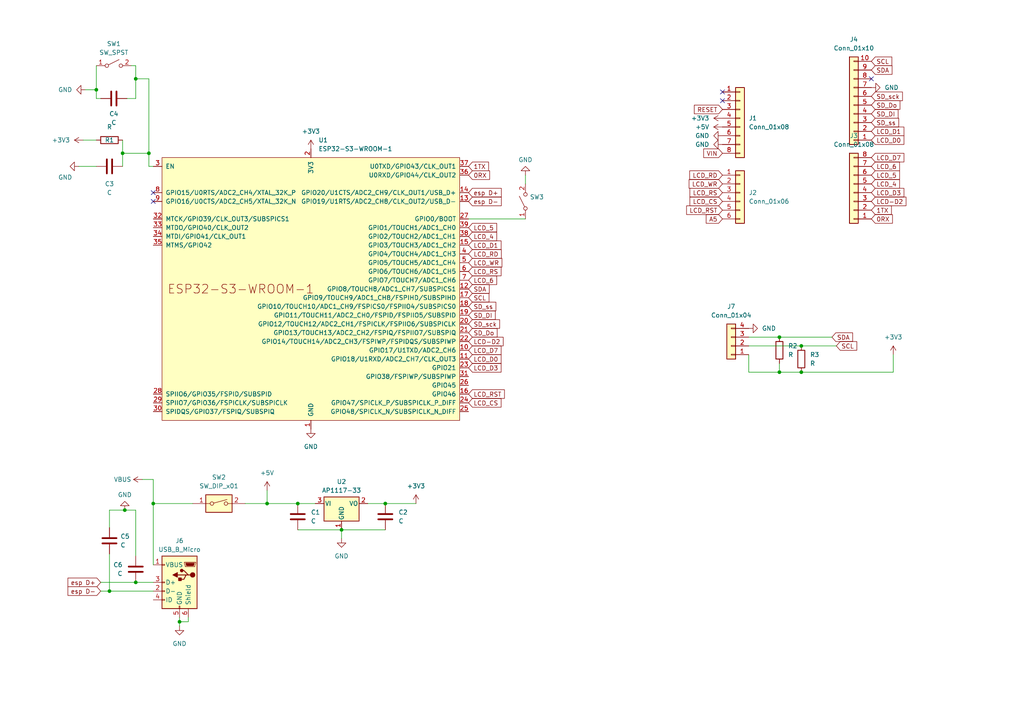
<source format=kicad_sch>
(kicad_sch (version 20230121) (generator eeschema)
  (paper "A4")
  (lib_symbols
    (symbol "Connector:USB_B_Micro" (pin_names (offset 1.016))
      (property "Reference" "J" (at -5.08 11.43 0))
      (property "Value" "USB_B_Micro" (at -5.08 8.89 0))
      (symbol "USB_B_Micro_0_1"
        (rectangle (start -5.08 -7.62) (end 5.08 7.62) (stroke (width 0.254)) (fill (type background)))
        (circle (center -3.81 2.159) (radius 0.635) (stroke (width 0.254)) (fill (type outline)))
        (circle (center -0.635 3.429) (radius 0.381) (stroke (width 0.254)) (fill (type outline)))
        (rectangle (start -0.127 -7.62) (end 0.127 -6.858))
        (polyline (pts (xy -1.905 2.159) (xy 0.635 2.159)) (stroke (width 0.254)))
        (polyline (pts (xy -3.175 2.159) (xy -2.54 2.159) (xy -1.27 3.429) (xy -0.635 3.429)) (stroke (width 0.254)))
        (polyline (pts (xy -2.54 2.159) (xy -1.905 2.159) (xy -1.27 0.889) (xy 0 0.889)) (stroke (width 0.254)))
        (polyline (pts (xy 0.635 2.794) (xy 0.635 1.524) (xy 1.905 2.159) (xy 0.635 2.794)) (stroke (width 0.254)) (fill (type outline)))
        (polyline (pts (xy -4.318 5.588) (xy -1.778 5.588) (xy -2.032 4.826) (xy -4.064 4.826) (xy -4.318 5.588)) (fill (type outline)))
        (polyline (pts (xy -4.699 5.842) (xy -4.699 5.588) (xy -4.445 4.826) (xy -4.445 4.572) (xy -1.651 4.572) (xy -1.651 4.826) (xy -1.397 5.588) (xy -1.397 5.842) (xy -4.699 5.842)))
        (rectangle (start 0.254 1.27) (end -0.508 0.508) (stroke (width 0.254)) (fill (type outline)))
        (rectangle (start 5.08 -5.207) (end 4.318 -4.953))
        (rectangle (start 5.08 -2.667) (end 4.318 -2.413))
        (rectangle (start 5.08 -0.127) (end 4.318 0.127))
        (rectangle (start 5.08 4.953) (end 4.318 5.207))
      )
      (symbol "USB_B_Micro_1_1"
        (pin power_out line (at 7.62 5.08 180) (length 2.54) (name "VBUS") (number "1"))
        (pin bidirectional line (at 7.62 -2.54 180) (length 2.54) (name "D-") (number "2"))
        (pin bidirectional line (at 7.62 0 180) (length 2.54) (name "D+") (number "3"))
        (pin passive line (at 7.62 -5.08 180) (length 2.54) (name "ID") (number "4"))
        (pin power_out line (at 0 -10.16 90) (length 2.54) (name "GND") (number "5"))
        (pin passive line (at -2.54 -10.16 90) (length 2.54) (name "Shield") (number "6"))
      )
    )
    (symbol "Connector_Generic:Conn_01x04" (pin_names (offset 1.016) hide)
      (property "Reference" "J" (at 0 5.08 0))
      (property "Value" "Conn_01x04" (at 0 -7.62 0))
      (symbol "Conn_01x04_1_1"
        (rectangle (start -1.27 -4.953) (end 0 -5.207) (stroke (width 0.1524)))
        (rectangle (start -1.27 -2.413) (end 0 -2.667) (stroke (width 0.1524)))
        (rectangle (start -1.27 0.127) (end 0 -0.127) (stroke (width 0.1524)))
        (rectangle (start -1.27 2.667) (end 0 2.413) (stroke (width 0.1524)))
        (rectangle (start -1.27 3.81) (end 1.27 -6.35) (stroke (width 0.254)) (fill (type background)))
        (pin passive line (at -5.08 2.54 0) (length 3.81) (name "Pin_1") (number "1"))
        (pin passive line (at -5.08 0 0) (length 3.81) (name "Pin_2") (number "2"))
        (pin passive line (at -5.08 -2.54 0) (length 3.81) (name "Pin_3") (number "3"))
        (pin passive line (at -5.08 -5.08 0) (length 3.81) (name "Pin_4") (number "4"))
      )
    )
    (symbol "Connector_Generic:Conn_01x06" (pin_names (offset 1.016) hide)
      (property "Reference" "J" (at 0 7.62 0))
      (property "Value" "Conn_01x06" (at 0 -10.16 0))
      (symbol "Conn_01x06_1_1"
        (rectangle (start -1.27 -7.493) (end 0 -7.747) (stroke (width 0.1524)))
        (rectangle (start -1.27 -4.953) (end 0 -5.207) (stroke (width 0.1524)))
        (rectangle (start -1.27 -2.413) (end 0 -2.667) (stroke (width 0.1524)))
        (rectangle (start -1.27 0.127) (end 0 -0.127) (stroke (width 0.1524)))
        (rectangle (start -1.27 2.667) (end 0 2.413) (stroke (width 0.1524)))
        (rectangle (start -1.27 5.207) (end 0 4.953) (stroke (width 0.1524)))
        (rectangle (start -1.27 6.35) (end 1.27 -8.89) (stroke (width 0.254)) (fill (type background)))
        (pin passive line (at -5.08 5.08 0) (length 3.81) (name "Pin_1") (number "1"))
        (pin passive line (at -5.08 2.54 0) (length 3.81) (name "Pin_2") (number "2"))
        (pin passive line (at -5.08 0 0) (length 3.81) (name "Pin_3") (number "3"))
        (pin passive line (at -5.08 -2.54 0) (length 3.81) (name "Pin_4") (number "4"))
        (pin passive line (at -5.08 -5.08 0) (length 3.81) (name "Pin_5") (number "5"))
        (pin passive line (at -5.08 -7.62 0) (length 3.81) (name "Pin_6") (number "6"))
      )
    )
    (symbol "Connector_Generic:Conn_01x08" (pin_names (offset 1.016) hide)
      (property "Reference" "J" (at 0 10.16 0))
      (property "Value" "Conn_01x08" (at 0 -12.7 0))
      (symbol "Conn_01x08_1_1"
        (rectangle (start -1.27 -10.033) (end 0 -10.287) (stroke (width 0.1524)))
        (rectangle (start -1.27 -7.493) (end 0 -7.747) (stroke (width 0.1524)))
        (rectangle (start -1.27 -4.953) (end 0 -5.207) (stroke (width 0.1524)))
        (rectangle (start -1.27 -2.413) (end 0 -2.667) (stroke (width 0.1524)))
        (rectangle (start -1.27 0.127) (end 0 -0.127) (stroke (width 0.1524)))
        (rectangle (start -1.27 2.667) (end 0 2.413) (stroke (width 0.1524)))
        (rectangle (start -1.27 5.207) (end 0 4.953) (stroke (width 0.1524)))
        (rectangle (start -1.27 7.747) (end 0 7.493) (stroke (width 0.1524)))
        (rectangle (start -1.27 8.89) (end 1.27 -11.43) (stroke (width 0.254)) (fill (type background)))
        (pin passive line (at -5.08 7.62 0) (length 3.81) (name "Pin_1") (number "1"))
        (pin passive line (at -5.08 5.08 0) (length 3.81) (name "Pin_2") (number "2"))
        (pin passive line (at -5.08 2.54 0) (length 3.81) (name "Pin_3") (number "3"))
        (pin passive line (at -5.08 0 0) (length 3.81) (name "Pin_4") (number "4"))
        (pin passive line (at -5.08 -2.54 0) (length 3.81) (name "Pin_5") (number "5"))
        (pin passive line (at -5.08 -5.08 0) (length 3.81) (name "Pin_6") (number "6"))
        (pin passive line (at -5.08 -7.62 0) (length 3.81) (name "Pin_7") (number "7"))
        (pin passive line (at -5.08 -10.16 0) (length 3.81) (name "Pin_8") (number "8"))
      )
    )
    (symbol "Connector_Generic:Conn_01x10" (pin_names (offset 1.016) hide)
      (property "Reference" "J" (at 0 12.7 0))
      (property "Value" "Conn_01x10" (at 0 -15.24 0))
      (symbol "Conn_01x10_1_1"
        (rectangle (start -1.27 -12.573) (end 0 -12.827) (stroke (width 0.1524)))
        (rectangle (start -1.27 -10.033) (end 0 -10.287) (stroke (width 0.1524)))
        (rectangle (start -1.27 -7.493) (end 0 -7.747) (stroke (width 0.1524)))
        (rectangle (start -1.27 -4.953) (end 0 -5.207) (stroke (width 0.1524)))
        (rectangle (start -1.27 -2.413) (end 0 -2.667) (stroke (width 0.1524)))
        (rectangle (start -1.27 0.127) (end 0 -0.127) (stroke (width 0.1524)))
        (rectangle (start -1.27 2.667) (end 0 2.413) (stroke (width 0.1524)))
        (rectangle (start -1.27 5.207) (end 0 4.953) (stroke (width 0.1524)))
        (rectangle (start -1.27 7.747) (end 0 7.493) (stroke (width 0.1524)))
        (rectangle (start -1.27 10.287) (end 0 10.033) (stroke (width 0.1524)))
        (rectangle (start -1.27 11.43) (end 1.27 -13.97) (stroke (width 0.254)) (fill (type background)))
        (pin passive line (at -5.08 10.16 0) (length 3.81) (name "Pin_1") (number "1"))
        (pin passive line (at -5.08 -12.7 0) (length 3.81) (name "Pin_10") (number "10"))
        (pin passive line (at -5.08 7.62 0) (length 3.81) (name "Pin_2") (number "2"))
        (pin passive line (at -5.08 5.08 0) (length 3.81) (name "Pin_3") (number "3"))
        (pin passive line (at -5.08 2.54 0) (length 3.81) (name "Pin_4") (number "4"))
        (pin passive line (at -5.08 0 0) (length 3.81) (name "Pin_5") (number "5"))
        (pin passive line (at -5.08 -2.54 0) (length 3.81) (name "Pin_6") (number "6"))
        (pin passive line (at -5.08 -5.08 0) (length 3.81) (name "Pin_7") (number "7"))
        (pin passive line (at -5.08 -7.62 0) (length 3.81) (name "Pin_8") (number "8"))
        (pin passive line (at -5.08 -10.16 0) (length 3.81) (name "Pin_9") (number "9"))
      )
    )
    (symbol "Device:C" (pin_numbers hide) (pin_names (offset 0.254))
      (property "Reference" "C" (at 0.635 2.54 0))
      (property "Value" "C" (at 0.635 -2.54 0))
      (symbol "C_0_1"
        (polyline (pts (xy -2.032 -0.762) (xy 2.032 -0.762)) (stroke (width 0.508)))
        (polyline (pts (xy -2.032 0.762) (xy 2.032 0.762)) (stroke (width 0.508)))
      )
      (symbol "C_1_1"
        (pin passive line (at 0 3.81 270) (length 2.794) (name "~") (number "1"))
        (pin passive line (at 0 -3.81 90) (length 2.794) (name "~") (number "2"))
      )
    )
    (symbol "Device:R" (pin_numbers hide) (pin_names (offset 0))
      (property "Reference" "R" (at 2.032 0 90))
      (property "Value" "R" (at 0 0 90))
      (symbol "R_0_1"
        (rectangle (start -1.016 -2.54) (end 1.016 2.54) (stroke (width 0.254)))
      )
      (symbol "R_1_1"
        (pin passive line (at 0 3.81 270) (length 1.27) (name "~") (number "1"))
        (pin passive line (at 0 -3.81 90) (length 1.27) (name "~") (number "2"))
      )
    )
    (symbol "ESP32:ESP32-S3-WROOM-1" (pin_names (offset 1.016))
      (property "Reference" "U" (at -43.18 43.18 0))
      (property "Value" "ESP32-S3-WROOM-1" (at -43.18 40.64 0))
      (symbol "ESP32-S3-WROOM-1_0_0"
        (text "ESP32-S3-WROOM-1" (at -20.32 0 0) (effects (font (size 2.54 2.54))))
        (pin power_in line (at 0 -40.64 90) (length 2.54) (name "GND") (number "1"))
        (pin bidirectional line (at 45.72 -17.78 180) (length 2.54) (name "GPIO17/U1TXD/ADC2_CH6") (number "10"))
        (pin bidirectional line (at 45.72 -20.32 180) (length 2.54) (name "GPIO18/U1RXD/ADC2_CH7/CLK_OUT3") (number "11"))
        (pin bidirectional line (at 45.72 0 180) (length 2.54) (name "GPIO8/TOUCH8/ADC1_CH7/SUBSPICS1") (number "12"))
        (pin bidirectional line (at 45.72 25.4 180) (length 2.54) (name "GPIO19/U1RTS/ADC2_CH8/CLK_OUT2/USB_D-") (number "13"))
        (pin bidirectional line (at 45.72 27.94 180) (length 2.54) (name "GPIO20/U1CTS/ADC2_CH9/CLK_OUT1/USB_D+") (number "14"))
        (pin bidirectional line (at 45.72 12.7 180) (length 2.54) (name "GPIO3/TOUCH3/ADC1_CH2") (number "15"))
        (pin bidirectional line (at 45.72 -30.48 180) (length 2.54) (name "GPIO46") (number "16"))
        (pin bidirectional line (at 45.72 -2.54 180) (length 2.54) (name "GPIO9/TOUCH9/ADC1_CH8/FSPIHD/SUBSPIHD") (number "17"))
        (pin bidirectional line (at 45.72 -5.08 180) (length 2.54) (name "GPIO10/TOUCH10/ADC1_CH9/FSPICS0/FSPIIO4/SUBSPICS0") (number "18"))
        (pin bidirectional line (at 45.72 -7.62 180) (length 2.54) (name "GPIO11/TOUCH11/ADC2_CH0/FSPID/FSPIIO5/SUBSPID") (number "19"))
        (pin power_in line (at 0 40.64 270) (length 2.54) (name "3V3") (number "2"))
        (pin bidirectional line (at 45.72 -10.16 180) (length 2.54) (name "GPIO12/TOUCH12/ADC2_CH1/FSPICLK/FSPIIO6/SUBSPICLK") (number "20"))
        (pin bidirectional line (at 45.72 -12.7 180) (length 2.54) (name "GPIO13/TOUCH13/ADC2_CH2/FSPIQ/FSPIIO7/SUBSPIQ") (number "21"))
        (pin bidirectional line (at 45.72 -15.24 180) (length 2.54) (name "GPIO14/TOUCH14/ADC2_CH3/FSPIWP/FSPIDQS/SUBSPIWP") (number "22"))
        (pin bidirectional line (at 45.72 -22.86 180) (length 2.54) (name "GPIO21") (number "23"))
        (pin bidirectional line (at 45.72 -33.02 180) (length 2.54) (name "GPIO47/SPICLK_P/SUBSPICLK_P_DIFF") (number "24"))
        (pin bidirectional line (at 45.72 -35.56 180) (length 2.54) (name "GPIO48/SPICLK_N/SUBSPICLK_N_DIFF") (number "25"))
        (pin bidirectional line (at 45.72 -27.94 180) (length 2.54) (name "GPIO45") (number "26"))
        (pin bidirectional line (at 45.72 20.32 180) (length 2.54) (name "GPIO0/BOOT") (number "27"))
        (pin bidirectional line (at -45.72 -30.48 0) (length 2.54) (name "SPIIO6/GPIO35/FSPID/SUBSPID") (number "28"))
        (pin bidirectional line (at -45.72 -33.02 0) (length 2.54) (name "SPIIO7/GPIO36/FSPICLK/SUBSPICLK") (number "29"))
        (pin input line (at -45.72 35.56 0) (length 2.54) (name "EN") (number "3"))
        (pin bidirectional line (at -45.72 -35.56 0) (length 2.54) (name "SPIDQS/GPIO37/FSPIQ/SUBSPIQ") (number "30"))
        (pin bidirectional line (at 45.72 -25.4 180) (length 2.54) (name "GPIO38/FSPIWP/SUBSPIWP") (number "31"))
        (pin bidirectional line (at -45.72 20.32 0) (length 2.54) (name "MTCK/GPIO39/CLK_OUT3/SUBSPICS1") (number "32"))
        (pin bidirectional line (at -45.72 17.78 0) (length 2.54) (name "MTDO/GPIO40/CLK_OUT2") (number "33"))
        (pin bidirectional line (at -45.72 15.24 0) (length 2.54) (name "MTDI/GPIO41/CLK_OUT1") (number "34"))
        (pin bidirectional line (at -45.72 12.7 0) (length 2.54) (name "MTMS/GPIO42") (number "35"))
        (pin bidirectional line (at 45.72 33.02 180) (length 2.54) (name "U0RXD/GPIO44/CLK_OUT2") (number "36"))
        (pin bidirectional line (at 45.72 35.56 180) (length 2.54) (name "U0TXD/GPIO43/CLK_OUT1") (number "37"))
        (pin bidirectional line (at 45.72 15.24 180) (length 2.54) (name "GPIO2/TOUCH2/ADC1_CH1") (number "38"))
        (pin bidirectional line (at 45.72 17.78 180) (length 2.54) (name "GPIO1/TOUCH1/ADC1_CH0") (number "39"))
        (pin bidirectional line (at 45.72 10.16 180) (length 2.54) (name "GPIO4/TOUCH4/ADC1_CH3") (number "4"))
        (pin passive line (at 0 -40.64 90) (length 2.54) hide (name "GND") (number "40"))
        (pin passive line (at 0 -40.64 90) (length 2.54) hide (name "GND") (number "41"))
        (pin bidirectional line (at 45.72 7.62 180) (length 2.54) (name "GPIO5/TOUCH5/ADC1_CH4") (number "5"))
        (pin bidirectional line (at 45.72 5.08 180) (length 2.54) (name "GPIO6/TOUCH6/ADC1_CH5") (number "6"))
        (pin bidirectional line (at 45.72 2.54 180) (length 2.54) (name "GPIO7/TOUCH7/ADC1_CH6") (number "7"))
        (pin bidirectional line (at -45.72 27.94 0) (length 2.54) (name "GPIO15/U0RTS/ADC2_CH4/XTAL_32K_P") (number "8"))
        (pin bidirectional line (at -45.72 25.4 0) (length 2.54) (name "GPIO16/U0CTS/ADC2_CH5/XTAL_32K_N") (number "9"))
      )
      (symbol "ESP32-S3-WROOM-1_0_1"
        (rectangle (start -43.18 38.1) (end 43.18 -38.1) (fill (type background)))
      )
    )
    (symbol "Regulator_Linear:AP1117-33" (pin_names (offset 0.254))
      (property "Reference" "U" (at -3.81 3.175 0))
      (property "Value" "AP1117-33" (at 0 3.175 0))
      (symbol "AP1117-33_0_1"
        (rectangle (start -5.08 -5.08) (end 5.08 1.905) (stroke (width 0.254)) (fill (type background)))
      )
      (symbol "AP1117-33_1_1"
        (pin power_in line (at 0 -7.62 90) (length 2.54) (name "GND") (number "1"))
        (pin power_out line (at 7.62 0 180) (length 2.54) (name "VO") (number "2"))
        (pin power_in line (at -7.62 0 0) (length 2.54) (name "VI") (number "3"))
      )
    )
    (symbol "Switch:SW_DIP_x01" (pin_names (offset 0) hide)
      (property "Reference" "SW" (at 0 3.81 0))
      (property "Value" "SW_DIP_x01" (at 0 -3.81 0))
      (symbol "SW_DIP_x01_0_0"
        (circle (center -2.032 0) (radius 0.508))
        (polyline (pts (xy -1.524 0.127) (xy 2.3622 1.1684)))
        (circle (center 2.032 0) (radius 0.508))
      )
      (symbol "SW_DIP_x01_0_1"
        (rectangle (start -3.81 2.54) (end 3.81 -2.54) (stroke (width 0.254)) (fill (type background)))
      )
      (symbol "SW_DIP_x01_1_1"
        (pin passive line (at -7.62 0 0) (length 5.08) (name "~") (number "1"))
        (pin passive line (at 7.62 0 180) (length 5.08) (name "~") (number "2"))
      )
    )
    (symbol "Switch:SW_SPST" (pin_names (offset 0) hide)
      (property "Reference" "SW" (at 0 3.175 0))
      (property "Value" "SW_SPST" (at 0 -2.54 0))
      (symbol "SW_SPST_0_0"
        (circle (center -2.032 0) (radius 0.508))
        (polyline (pts (xy -1.524 0.254) (xy 1.524 1.778)))
        (circle (center 2.032 0) (radius 0.508))
      )
      (symbol "SW_SPST_1_1"
        (pin passive line (at -5.08 0 0) (length 2.54) (name "A") (number "1"))
        (pin passive line (at 5.08 0 180) (length 2.54) (name "B") (number "2"))
      )
    )
    (symbol "power:+3.3V" (power) (pin_names (offset 0))
      (property "Value" "+3.3V" (at 0 3.556 0))
      (symbol "+3.3V_0_1"
        (polyline (pts (xy -0.762 1.27) (xy 0 2.54)))
        (polyline (pts (xy 0 0) (xy 0 2.54)))
        (polyline (pts (xy 0 2.54) (xy 0.762 1.27)))
      )
      (symbol "+3.3V_1_1"
        (pin power_in line (at 0 0 90) (length 0) hide (name "+3V3") (number "1"))
      )
    )
    (symbol "power:+3V3" (power) (pin_names (offset 0))
      (property "Value" "+3V3" (at 0 3.556 0))
      (symbol "+3V3_0_1"
        (polyline (pts (xy -0.762 1.27) (xy 0 2.54)))
        (polyline (pts (xy 0 0) (xy 0 2.54)))
        (polyline (pts (xy 0 2.54) (xy 0.762 1.27)))
      )
      (symbol "+3V3_1_1"
        (pin power_in line (at 0 0 90) (length 0) hide (name "+3V3") (number "1"))
      )
    )
    (symbol "power:+5V" (power) (pin_names (offset 0))
      (property "Value" "+5V" (at 0 3.556 0))
      (symbol "+5V_0_1"
        (polyline (pts (xy -0.762 1.27) (xy 0 2.54)))
        (polyline (pts (xy 0 0) (xy 0 2.54)))
        (polyline (pts (xy 0 2.54) (xy 0.762 1.27)))
      )
      (symbol "+5V_1_1"
        (pin power_in line (at 0 0 90) (length 0) hide (name "+5V") (number "1"))
      )
    )
    (symbol "power:GND" (power) (pin_names (offset 0))
      (property "Value" "GND" (at 0 -3.81 0))
      (symbol "GND_0_1"
        (polyline (pts (xy 0 0) (xy 0 -1.27) (xy 1.27 -1.27) (xy 0 -2.54) (xy -1.27 -1.27) (xy 0 -1.27)))
      )
      (symbol "GND_1_1"
        (pin power_in line (at 0 0 270) (length 0) hide (name "GND") (number "1"))
      )
    )
    (symbol "power:VBUS" (power) (pin_names (offset 0))
      (property "Value" "VBUS" (at 0 3.81 0))
      (symbol "VBUS_0_1"
        (polyline (pts (xy -0.762 1.27) (xy 0 2.54)))
        (polyline (pts (xy 0 0) (xy 0 2.54)))
        (polyline (pts (xy 0 2.54) (xy 0.762 1.27)))
      )
      (symbol "VBUS_1_1"
        (pin power_in line (at 0 0 90) (length 0) hide (name "VBUS") (number "1"))
      )
    )
  )
  (junction (at 226.06 97.79))
  (junction (at 99.06 153.67))
  (junction (at 27.94 26.035))
  (junction (at 39.37 168.91))
  (junction (at 232.41 107.95))
  (junction (at 232.41 100.33))
  (junction (at 36.195 147.955))
  (junction (at 77.47 146.05))
  (junction (at 111.76 146.05))
  (junction (at 44.45 146.05))
  (junction (at 43.18 44.45))
  (junction (at 35.56 44.45))
  (junction (at 86.36 146.05))
  (junction (at 52.07 180.34))
  (junction (at 226.06 107.95))
  (junction (at 39.37 22.86))
  (junction (at 31.75 171.45))
  (no_connect (at 44.45 55.88))
  (no_connect (at 209.55 26.67))
  (no_connect (at 252.73 22.86))
  (no_connect (at 209.55 29.21))
  (no_connect (at 44.45 58.42))
  (wire (pts (xy 31.75 153.035) (xy 31.75 147.955)))
  (wire (pts (xy 44.45 163.83) (xy 44.45 146.05)))
  (wire (pts (xy 24.13 40.64) (xy 27.94 40.64)))
  (wire (pts (xy 77.47 146.05) (xy 86.36 146.05)))
  (wire (pts (xy 232.41 107.95) (xy 226.06 107.95)))
  (wire (pts (xy 31.75 147.955) (xy 36.195 147.955)))
  (wire (pts (xy 27.94 26.035) (xy 27.94 19.05)))
  (wire (pts (xy 71.12 146.05) (xy 77.47 146.05)))
  (wire (pts (xy 52.07 181.61) (xy 52.07 180.34)))
  (wire (pts (xy 217.17 97.79) (xy 226.06 97.79)))
  (wire (pts (xy 39.37 168.91) (xy 44.45 168.91)))
  (wire (pts (xy 43.18 48.26) (xy 44.45 48.26)))
  (wire (pts (xy 43.18 22.86) (xy 39.37 22.86)))
  (wire (pts (xy 99.06 156.21) (xy 99.06 153.67)))
  (wire (pts (xy 99.06 153.67) (xy 111.76 153.67)))
  (wire (pts (xy 226.06 97.79) (xy 241.3 97.79)))
  (wire (pts (xy 24.765 26.035) (xy 27.94 26.035)))
  (wire (pts (xy 39.37 19.05) (xy 38.1 19.05)))
  (wire (pts (xy 259.08 107.95) (xy 259.08 102.87)))
  (wire (pts (xy 54.61 179.07) (xy 54.61 180.34)))
  (wire (pts (xy 35.56 44.45) (xy 43.18 44.45)))
  (wire (pts (xy 44.45 146.05) (xy 44.45 139.065)))
  (wire (pts (xy 29.21 28.575) (xy 27.94 28.575)))
  (wire (pts (xy 29.21 168.91) (xy 39.37 168.91)))
  (wire (pts (xy 52.07 180.34) (xy 52.07 179.07)))
  (wire (pts (xy 39.37 19.05) (xy 39.37 22.86)))
  (wire (pts (xy 135.89 63.5) (xy 152.4 63.5)))
  (wire (pts (xy 111.76 146.05) (xy 120.65 146.05)))
  (wire (pts (xy 77.47 142.24) (xy 77.47 146.05)))
  (wire (pts (xy 27.94 28.575) (xy 27.94 26.035)))
  (wire (pts (xy 43.18 44.45) (xy 43.18 48.26)))
  (wire (pts (xy 86.36 153.67) (xy 99.06 153.67)))
  (wire (pts (xy 86.36 146.05) (xy 91.44 146.05)))
  (wire (pts (xy 232.41 100.33) (xy 217.17 100.33)))
  (wire (pts (xy 35.56 40.64) (xy 35.56 44.45)))
  (wire (pts (xy 39.37 147.955) (xy 36.195 147.955)))
  (wire (pts (xy 242.57 100.33) (xy 232.41 100.33)))
  (wire (pts (xy 152.4 50.8) (xy 152.4 53.34)))
  (wire (pts (xy 22.86 48.26) (xy 27.94 48.26)))
  (wire (pts (xy 39.37 161.29) (xy 39.37 147.955)))
  (wire (pts (xy 31.75 160.655) (xy 31.75 171.45)))
  (wire (pts (xy 226.06 107.95) (xy 217.17 107.95)))
  (wire (pts (xy 217.17 107.95) (xy 217.17 102.87)))
  (wire (pts (xy 39.37 22.86) (xy 39.37 28.575)))
  (wire (pts (xy 259.08 107.95) (xy 232.41 107.95)))
  (wire (pts (xy 43.18 22.86) (xy 43.18 44.45)))
  (wire (pts (xy 44.45 139.065) (xy 41.275 139.065)))
  (wire (pts (xy 39.37 28.575) (xy 36.83 28.575)))
  (wire (pts (xy 31.75 171.45) (xy 44.45 171.45)))
  (wire (pts (xy 35.56 48.26) (xy 35.56 44.45)))
  (wire (pts (xy 44.45 146.05) (xy 55.88 146.05)))
  (wire (pts (xy 29.21 171.45) (xy 31.75 171.45)))
  (wire (pts (xy 226.06 105.41) (xy 226.06 107.95)))
  (wire (pts (xy 54.61 180.34) (xy 52.07 180.34)))
  (wire (pts (xy 111.76 146.05) (xy 106.68 146.05)))
  (global_label "LCD_CS" (shape input) (at 209.55 58.42 180) (property "Intersheetrefs" "${INTERSHEET_REFS}" (effects hide)))
  (global_label "SCL" (shape input) (at 252.73 17.78 0) (property "Intersheetrefs" "${INTERSHEET_REFS}" (effects hide)))
  (global_label "SD_sck" (shape input) (at 252.73 27.94 0) (property "Intersheetrefs" "${INTERSHEET_REFS}" (effects hide)))
  (global_label "LCD_RST" (shape input) (at 209.55 60.96 180) (property "Intersheetrefs" "${INTERSHEET_REFS}" (effects hide)))
  (global_label "0RX" (shape input) (at 252.73 63.5 0) (property "Intersheetrefs" "${INTERSHEET_REFS}" (effects hide)))
  (global_label "LCD_RD" (shape input) (at 209.55 50.8 180) (property "Intersheetrefs" "${INTERSHEET_REFS}" (effects hide)))
  (global_label "LCD_CS" (shape input) (at 135.89 116.84 0) (property "Intersheetrefs" "${INTERSHEET_REFS}" (effects hide)))
  (global_label "LCD_RS" (shape input) (at 135.89 78.74 0) (property "Intersheetrefs" "${INTERSHEET_REFS}" (effects hide)))
  (global_label "A5" (shape input) (at 209.55 63.5 180) (property "Intersheetrefs" "${INTERSHEET_REFS}" (effects hide)))
  (global_label "SDA" (shape input) (at 135.89 83.82 0) (property "Intersheetrefs" "${INTERSHEET_REFS}" (effects hide)))
  (global_label "LCD_RD" (shape input) (at 135.89 73.66 0) (property "Intersheetrefs" "${INTERSHEET_REFS}" (effects hide)))
  (global_label "LCD_RS" (shape input) (at 209.55 55.88 180) (property "Intersheetrefs" "${INTERSHEET_REFS}" (effects hide)))
  (global_label "SD_sck" (shape input) (at 135.89 93.98 0) (property "Intersheetrefs" "${INTERSHEET_REFS}" (effects hide)))
  (global_label "SDA" (shape input) (at 241.3 97.79 0) (property "Intersheetrefs" "${INTERSHEET_REFS}" (effects hide)))
  (global_label "SCL" (shape input) (at 135.89 86.36 0) (property "Intersheetrefs" "${INTERSHEET_REFS}" (effects hide)))
  (global_label "esp D-" (shape input) (at 29.21 171.45 180) (property "Intersheetrefs" "${INTERSHEET_REFS}" (effects hide)))
  (global_label "LCD_6" (shape input) (at 252.73 48.26 0) (property "Intersheetrefs" "${INTERSHEET_REFS}" (effects hide)))
  (global_label "1TX" (shape input) (at 135.89 48.26 0) (property "Intersheetrefs" "${INTERSHEET_REFS}" (effects hide)))
  (global_label "SD_DI" (shape input) (at 252.73 33.02 0) (property "Intersheetrefs" "${INTERSHEET_REFS}" (effects hide)))
  (global_label "LCD_D0" (shape input) (at 252.73 40.64 0) (property "Intersheetrefs" "${INTERSHEET_REFS}" (effects hide)))
  (global_label "SD_ss" (shape input) (at 252.73 35.56 0) (property "Intersheetrefs" "${INTERSHEET_REFS}" (effects hide)))
  (global_label "LCD_4" (shape input) (at 252.73 53.34 0) (property "Intersheetrefs" "${INTERSHEET_REFS}" (effects hide)))
  (global_label "VIN" (shape input) (at 209.55 44.45 180) (property "Intersheetrefs" "${INTERSHEET_REFS}" (effects hide)))
  (global_label "LCD_D3" (shape input) (at 252.73 55.88 0) (property "Intersheetrefs" "${INTERSHEET_REFS}" (effects hide)))
  (global_label "esp D+" (shape input) (at 29.21 168.91 180) (property "Intersheetrefs" "${INTERSHEET_REFS}" (effects hide)))
  (global_label "LCD_D1" (shape input) (at 135.89 71.12 0) (property "Intersheetrefs" "${INTERSHEET_REFS}" (effects hide)))
  (global_label "RESET" (shape input) (at 209.55 31.75 180) (property "Intersheetrefs" "${INTERSHEET_REFS}" (effects hide)))
  (global_label "SDA" (shape input) (at 252.73 20.32 0) (property "Intersheetrefs" "${INTERSHEET_REFS}" (effects hide)))
  (global_label "LCD_6" (shape input) (at 135.89 81.28 0) (property "Intersheetrefs" "${INTERSHEET_REFS}" (effects hide)))
  (global_label "LCD-D2" (shape input) (at 252.73 58.42 0) (property "Intersheetrefs" "${INTERSHEET_REFS}" (effects hide)))
  (global_label "LCD_D7" (shape input) (at 252.73 45.72 0) (property "Intersheetrefs" "${INTERSHEET_REFS}" (effects hide)))
  (global_label "LCD_WR" (shape input) (at 209.55 53.34 180) (property "Intersheetrefs" "${INTERSHEET_REFS}" (effects hide)))
  (global_label "LCD_D3" (shape input) (at 135.89 106.68 0) (property "Intersheetrefs" "${INTERSHEET_REFS}" (effects hide)))
  (global_label "LCD_WR" (shape input) (at 135.89 76.2 0) (property "Intersheetrefs" "${INTERSHEET_REFS}" (effects hide)))
  (global_label "LCD_5" (shape input) (at 135.89 66.04 0) (property "Intersheetrefs" "${INTERSHEET_REFS}" (effects hide)))
  (global_label "LCD_D1" (shape input) (at 252.73 38.1 0) (property "Intersheetrefs" "${INTERSHEET_REFS}" (effects hide)))
  (global_label "LCD_D7" (shape input) (at 135.89 101.6 0) (property "Intersheetrefs" "${INTERSHEET_REFS}" (effects hide)))
  (global_label "LCD_5" (shape input) (at 252.73 50.8 0) (property "Intersheetrefs" "${INTERSHEET_REFS}" (effects hide)))
  (global_label "LCD_D0" (shape input) (at 135.89 104.14 0) (property "Intersheetrefs" "${INTERSHEET_REFS}" (effects hide)))
  (global_label "SD_DI" (shape input) (at 135.89 91.44 0) (property "Intersheetrefs" "${INTERSHEET_REFS}" (effects hide)))
  (global_label "SCL" (shape input) (at 242.57 100.33 0) (property "Intersheetrefs" "${INTERSHEET_REFS}" (effects hide)))
  (global_label "LCD_4" (shape input) (at 135.89 68.58 0) (property "Intersheetrefs" "${INTERSHEET_REFS}" (effects hide)))
  (global_label "esp D+" (shape input) (at 135.89 55.88 0) (property "Intersheetrefs" "${INTERSHEET_REFS}" (effects hide)))
  (global_label "SD_ss" (shape input) (at 135.89 88.9 0) (property "Intersheetrefs" "${INTERSHEET_REFS}" (effects hide)))
  (global_label "SD_Do" (shape input) (at 252.73 30.48 0) (property "Intersheetrefs" "${INTERSHEET_REFS}" (effects hide)))
  (global_label "SD_Do" (shape input) (at 135.89 96.52 0) (property "Intersheetrefs" "${INTERSHEET_REFS}" (effects hide)))
  (global_label "1TX" (shape input) (at 252.73 60.96 0) (property "Intersheetrefs" "${INTERSHEET_REFS}" (effects hide)))
  (global_label "0RX" (shape input) (at 135.89 50.8 0) (property "Intersheetrefs" "${INTERSHEET_REFS}" (effects hide)))
  (global_label "LCD-D2" (shape input) (at 135.89 99.06 0) (property "Intersheetrefs" "${INTERSHEET_REFS}" (effects hide)))
  (global_label "esp D-" (shape input) (at 135.89 58.42 0) (property "Intersheetrefs" "${INTERSHEET_REFS}" (effects hide)))
  (global_label "LCD_RST" (shape input) (at 135.89 114.3 0) (property "Intersheetrefs" "${INTERSHEET_REFS}" (effects hide)))
  (symbol (lib_id "power:GND") (at 209.55 39.37 270) (unit 1)
    (property "Reference" "#PWR03" (effects hide))
    (property "Value" "GND" (at 205.74 39.37 90) (effects (justify right)))
  )
  (symbol (lib_id "Switch:SW_SPST") (at 33.02 19.05 0) (unit 1)
    (property "Reference" "SW1" (at 33.02 12.7 0))
    (property "Value" "SW_SPST" (at 33.02 15.24 0))
    (property "Footprint" "Connector_PinSocket_2.54mm:PinSocket_1x02_P2.54mm_Vertical" (effects hide))
  )
  (symbol (lib_id "Device:C") (at 31.75 156.845 180) (unit 1)
    (property "Reference" "C5" (at 34.925 155.575 0) (effects (justify right)))
    (property "Value" "C" (at 34.925 158.115 0) (effects (justify right)))
    (property "Footprint" "Capacitor_SMD:C_1206_3216Metric_Pad1.33x1.80mm_HandSolder" (effects hide))
  )
  (symbol (lib_id "power:GND") (at 22.86 48.26 270) (unit 1)
    (property "Reference" "#PWR011" (effects hide))
    (property "Value" "GND" (at 20.955 51.435 90) (effects (justify right)))
  )
  (symbol (lib_id "Connector_Generic:Conn_01x04") (at 212.09 100.33 180) (unit 1)
    (property "Reference" "J7" (at 212.09 88.9 0))
    (property "Value" "Conn_01x04" (at 212.09 91.44 0))
    (property "Footprint" "Connector_JST:JST_XH_B4B-XH-A_1x04_P2.50mm_Vertical" (effects hide))
  )
  (symbol (lib_id "power:+5V") (at 77.47 142.24 0) (unit 1)
    (property "Reference" "#PWR010" (effects hide))
    (property "Value" "+5V" (at 77.47 137.16 0))
  )
  (symbol (lib_id "power:GND") (at 209.55 41.91 270) (unit 1)
    (property "Reference" "#PWR04" (effects hide))
    (property "Value" "GND" (at 205.74 41.91 90) (effects (justify right)))
  )
  (symbol (lib_id "Device:C") (at 31.75 48.26 270) (unit 1)
    (property "Reference" "C3" (at 31.75 53.34 90))
    (property "Value" "C" (at 31.75 55.88 90))
    (property "Footprint" "Capacitor_SMD:C_1206_3216Metric_Pad1.33x1.80mm_HandSolder" (effects hide))
  )
  (symbol (lib_id "Device:C") (at 33.02 28.575 270) (unit 1)
    (property "Reference" "C4" (at 33.02 33.02 90))
    (property "Value" "C" (at 33.02 35.56 90))
    (property "Footprint" "Capacitor_SMD:C_1206_3216Metric_Pad1.33x1.80mm_HandSolder" (effects hide))
  )
  (symbol (lib_id "Device:R") (at 232.41 104.14 0) (unit 1)
    (property "Reference" "R3" (at 234.95 102.87 0) (effects (justify left)))
    (property "Value" "R" (at 234.95 105.41 0) (effects (justify left)))
    (property "Footprint" "Resistor_SMD:R_1206_3216Metric_Pad1.30x1.75mm_HandSolder" (effects hide))
  )
  (symbol (lib_id "power:+3.3V") (at 209.55 34.29 90) (unit 1)
    (property "Reference" "#PWR01" (effects hide))
    (property "Value" "+3.3V" (at 205.74 34.29 90) (effects (justify left)))
  )
  (symbol (lib_id "Connector_Generic:Conn_01x08") (at 247.65 55.88 180) (unit 1)
    (property "Reference" "J3" (at 247.65 39.37 0))
    (property "Value" "Conn_01x08" (at 247.65 41.91 0))
    (property "Footprint" "Connector_PinSocket_2.54mm:PinSocket_1x08_P2.54mm_Vertical" (effects hide))
  )
  (symbol (lib_id "power:VBUS") (at 41.275 139.065 90) (unit 1)
    (property "Reference" "#PWR016" (effects hide))
    (property "Value" "VBUS" (at 38.1 139.065 90) (effects (justify left)))
  )
  (symbol (lib_id "Connector_Generic:Conn_01x06") (at 214.63 55.88 0) (unit 1)
    (property "Reference" "J2" (at 217.17 55.88 0) (effects (justify left)))
    (property "Value" "Conn_01x06" (at 217.17 58.42 0) (effects (justify left)))
    (property "Footprint" "Connector_PinSocket_2.54mm:PinSocket_1x06_P2.54mm_Vertical" (effects hide))
  )
  (symbol (lib_id "power:+5V") (at 209.55 36.83 90) (unit 1)
    (property "Reference" "#PWR02" (effects hide))
    (property "Value" "+5V" (at 205.74 36.83 90) (effects (justify left)))
  )
  (symbol (lib_id "power:GND") (at 252.73 25.4 90) (unit 1)
    (property "Reference" "#PWR05" (effects hide))
    (property "Value" "GND" (at 256.54 25.4 90) (effects (justify right)))
  )
  (symbol (lib_id "Regulator_Linear:AP1117-33") (at 99.06 146.05 0) (unit 1)
    (property "Reference" "U2" (at 99.06 139.7 0))
    (property "Value" "AP1117-33" (at 99.06 142.24 0))
    (property "Footprint" "Package_TO_SOT_SMD:SOT-223-3_TabPin2" (effects hide))
    (property "Datasheet" "http://www.diodes.com/datasheets/AP1117.pdf" (effects hide))
  )
  (symbol (lib_id "Device:C") (at 111.76 149.86 0) (unit 1)
    (property "Reference" "C2" (at 115.57 148.59 0) (effects (justify left)))
    (property "Value" "C" (at 115.57 151.13 0) (effects (justify left)))
    (property "Footprint" "Capacitor_SMD:C_1206_3216Metric_Pad1.33x1.80mm_HandSolder" (effects hide))
  )
  (symbol (lib_id "power:GND") (at 99.06 156.21 0) (unit 1)
    (property "Reference" "#PWR09" (effects hide))
    (property "Value" "GND" (at 99.06 161.29 0))
  )
  (symbol (lib_id "Device:R") (at 31.75 40.64 90) (unit 1)
    (property "Reference" "R1" (at 31.75 40.64 90))
    (property "Value" "R" (at 31.75 36.83 90))
    (property "Footprint" "Resistor_SMD:R_1206_3216Metric_Pad1.30x1.75mm_HandSolder" (effects hide))
  )
  (symbol (lib_id "ESP32:ESP32-S3-WROOM-1") (at 90.17 83.82 0) (unit 1)
    (property "Reference" "U1" (at 92.3641 40.64 0) (effects (justify left)))
    (property "Value" "ESP32-S3-WROOM-1" (at 92.3641 43.18 0) (effects (justify left)))
    (property "Footprint" "ESP32:ESP32-S3-WROOM-1" (effects hide))
    (property "Datasheet" "https://www.espressif.com/sites/default/files/documentation/esp32-s3-wroom-1_wroom-1u_datasheet_en.pdf" (effects hide))
  )
  (symbol (lib_id "power:+3.3V") (at 90.17 43.18 0) (unit 1)
    (property "Reference" "#PWR06" (effects hide))
    (property "Value" "+3.3V" (at 90.17 38.1 0))
  )
  (symbol (lib_id "Device:R") (at 226.06 101.6 0) (unit 1)
    (property "Reference" "R2" (at 228.6 100.33 0) (effects (justify left)))
    (property "Value" "R" (at 228.6 102.87 0) (effects (justify left)))
    (property "Footprint" "Resistor_SMD:R_1206_3216Metric_Pad1.30x1.75mm_HandSolder" (effects hide))
  )
  (symbol (lib_id "Switch:SW_SPST") (at 152.4 58.42 90) (unit 1)
    (property "Reference" "SW3" (at 153.67 57.15 90) (effects (justify right)))
    (property "Value" "SW_SPST" (effects hide))
    (property "Footprint" "Connector_PinSocket_2.54mm:PinSocket_1x02_P2.54mm_Vertical" (effects hide))
  )
  (symbol (lib_id "power:GND") (at 24.765 26.035 270) (unit 1)
    (property "Reference" "#PWR013" (effects hide))
    (property "Value" "GND" (at 20.955 26.035 90) (effects (justify right)))
  )
  (symbol (lib_id "power:GND") (at 217.17 95.25 90) (unit 1)
    (property "Reference" "#PWR018" (effects hide))
    (property "Value" "GND" (at 220.98 95.25 90) (effects (justify right)))
  )
  (symbol (lib_id "Connector:USB_B_Micro") (at 52.07 168.91 0) (mirror y) (unit 1)
    (property "Reference" "J6" (at 52.07 156.845 0))
    (property "Value" "USB_B_Micro" (at 52.07 159.385 0))
    (property "Footprint" "Connector_USB:USB_Micro-B_Molex-105017-0001" (effects hide))
  )
  (symbol (lib_id "power:GND") (at 152.4 50.8 180) (unit 1)
    (property "Reference" "#PWR014" (effects hide))
    (property "Value" "GND" (at 152.4 46.355 0))
  )
  (symbol (lib_id "power:GND") (at 90.17 124.46 0) (unit 1)
    (property "Reference" "#PWR07" (effects hide))
    (property "Value" "GND" (at 90.17 129.54 0))
  )
  (symbol (lib_id "Connector_Generic:Conn_01x08") (at 214.63 34.29 0) (unit 1)
    (property "Reference" "J1" (at 217.17 34.29 0) (effects (justify left)))
    (property "Value" "Conn_01x08" (at 217.17 36.83 0) (effects (justify left)))
    (property "Footprint" "Connector_PinSocket_2.54mm:PinSocket_1x08_P2.54mm_Vertical" (effects hide))
  )
  (symbol (lib_id "power:+3V3") (at 259.08 102.87 0) (unit 1)
    (property "Reference" "#PWR019" (effects hide))
    (property "Value" "+3V3" (at 259.08 97.79 0))
  )
  (symbol (lib_id "Device:C") (at 86.36 149.86 0) (unit 1)
    (property "Reference" "C1" (at 90.17 148.59 0) (effects (justify left)))
    (property "Value" "C" (at 90.17 151.13 0) (effects (justify left)))
    (property "Footprint" "Capacitor_SMD:C_1206_3216Metric_Pad1.33x1.80mm_HandSolder" (effects hide))
  )
  (symbol (lib_id "power:+3V3") (at 24.13 40.64 90) (unit 1)
    (property "Reference" "#PWR012" (effects hide))
    (property "Value" "+3V3" (at 20.32 40.64 90) (effects (justify left)))
  )
  (symbol (lib_id "power:GND") (at 52.07 181.61 0) (unit 1)
    (property "Reference" "#PWR017" (effects hide))
    (property "Value" "GND" (at 52.07 186.69 0))
  )
  (symbol (lib_id "power:GND") (at 36.195 147.955 180) (unit 1)
    (property "Reference" "#PWR015" (effects hide))
    (property "Value" "GND" (at 36.195 143.51 0))
  )
  (symbol (lib_id "Switch:SW_DIP_x01") (at 63.5 146.05 0) (unit 1)
    (property "Reference" "SW2" (at 63.5 138.43 0))
    (property "Value" "SW_DIP_x01" (at 63.5 140.97 0))
    (property "Footprint" "Button_Switch_THT:SW_DIP_SPSTx01_Slide_9.78x4.72mm_W7.62mm_P2.54mm" (effects hide))
  )
  (symbol (lib_id "power:+3.3V") (at 120.65 146.05 0) (unit 1)
    (property "Reference" "#PWR08" (effects hide))
    (property "Value" "+3.3V" (at 120.65 140.97 0))
  )
  (symbol (lib_id "Device:C") (at 39.37 165.1 0) (unit 1)
    (property "Reference" "C6" (at 35.56 163.83 0) (effects (justify right)))
    (property "Value" "C" (at 35.56 166.37 0) (effects (justify right)))
    (property "Footprint" "Capacitor_SMD:C_1206_3216Metric_Pad1.33x1.80mm_HandSolder" (effects hide))
  )
  (symbol (lib_id "Connector_Generic:Conn_01x10") (at 247.65 30.48 180) (unit 1)
    (property "Reference" "J4" (at 247.65 11.43 0))
    (property "Value" "Conn_01x10" (at 247.65 13.97 0))
    (property "Footprint" "Connector_PinSocket_2.54mm:PinSocket_1x10_P2.54mm_Vertical" (effects hide))
  )
)
</source>
